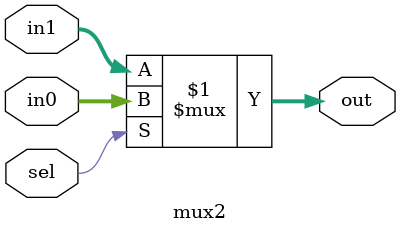
<source format=v>
module mux2 #(parameter WIDTH = 32) (
    input [WIDTH-1:0] in0, in1,
    input sel,
    output [WIDTH-1:0] out
);

    assign out = sel ? in0 : in1;

endmodule
</source>
